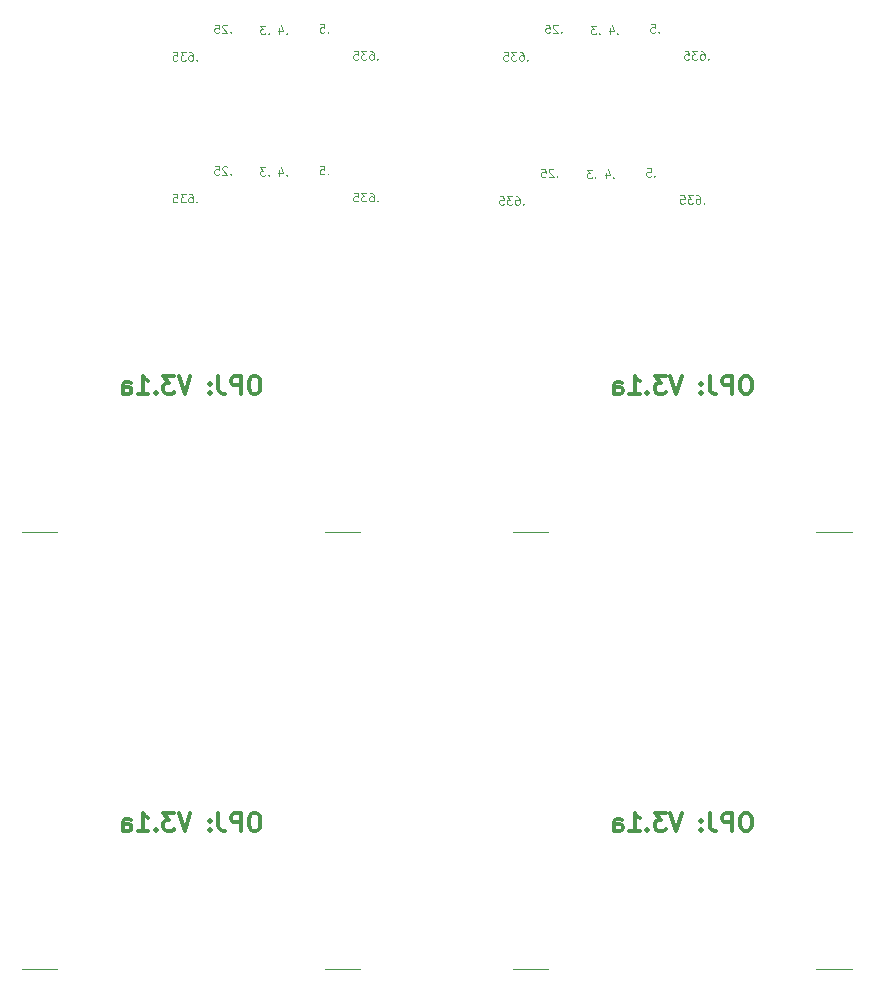
<source format=gbo>
%MOIN*%
%OFA0B0*%
%FSLAX46Y46*%
%IPPOS*%
%LPD*%
%ADD10C,0.0047244094488188976*%
%ADD21C,0.0047244094488188976*%
%ADD22C,0.011811023622047244*%
%ADD23C,0.0047244094488188976*%
%ADD24C,0.011811023622047244*%
%ADD25C,0.0047244094488188976*%
%ADD26C,0.011811023622047244*%
%ADD27C,0.0047244094488188976*%
%ADD28C,0.011811023622047244*%
%ADD29C,0.0047244094488188976*%
%ADD30C,0.0047244094488188976*%
%ADD31C,0.0047244094488188976*%
G01*
D10*
X0000914797Y0003141476D02*
X0000913485Y0003140164D01*
X0000914797Y0003138851D01*
X0000916110Y0003140164D01*
X0000914797Y0003141476D01*
X0000914797Y0003138851D01*
X0000902986Y0003163786D02*
X0000901674Y0003165098D01*
X0000899049Y0003166410D01*
X0000892488Y0003166410D01*
X0000889863Y0003165098D01*
X0000888551Y0003163786D01*
X0000887238Y0003161161D01*
X0000887238Y0003158536D01*
X0000888551Y0003154599D01*
X0000904299Y0003138851D01*
X0000887238Y0003138851D01*
X0000862304Y0003166410D02*
X0000875427Y0003166410D01*
X0000876740Y0003153287D01*
X0000875427Y0003154599D01*
X0000872803Y0003155912D01*
X0000866241Y0003155912D01*
X0000863616Y0003154599D01*
X0000862304Y0003153287D01*
X0000860992Y0003150662D01*
X0000860992Y0003144101D01*
X0000862304Y0003141476D01*
X0000863616Y0003140164D01*
X0000866241Y0003138851D01*
X0000872803Y0003138851D01*
X0000875427Y0003140164D01*
X0000876740Y0003141476D01*
X0001041674Y0003137976D02*
X0001040362Y0003136664D01*
X0001041674Y0003135351D01*
X0001042986Y0003136664D01*
X0001041674Y0003137976D01*
X0001041674Y0003135351D01*
X0001031175Y0003162910D02*
X0001014115Y0003162910D01*
X0001023301Y0003152412D01*
X0001019364Y0003152412D01*
X0001016740Y0003151099D01*
X0001015427Y0003149787D01*
X0001014115Y0003147162D01*
X0001014115Y0003140601D01*
X0001015427Y0003137976D01*
X0001016740Y0003136664D01*
X0001019364Y0003135351D01*
X0001027238Y0003135351D01*
X0001029863Y0003136664D01*
X0001031175Y0003137976D01*
X0001102174Y0003137976D02*
X0001100862Y0003136664D01*
X0001102174Y0003135351D01*
X0001103486Y0003136664D01*
X0001102174Y0003137976D01*
X0001102174Y0003135351D01*
X0001077240Y0003153724D02*
X0001077240Y0003135351D01*
X0001083801Y0003164223D02*
X0001090363Y0003144538D01*
X0001073303Y0003144538D01*
X0001239674Y0003142476D02*
X0001238362Y0003141164D01*
X0001239674Y0003139851D01*
X0001240986Y0003141164D01*
X0001239674Y0003142476D01*
X0001239674Y0003139851D01*
X0001213427Y0003167410D02*
X0001226551Y0003167410D01*
X0001227863Y0003154287D01*
X0001226551Y0003155599D01*
X0001223926Y0003156912D01*
X0001217364Y0003156912D01*
X0001214740Y0003155599D01*
X0001213427Y0003154287D01*
X0001212115Y0003151662D01*
X0001212115Y0003145101D01*
X0001213427Y0003142476D01*
X0001214740Y0003141164D01*
X0001217364Y0003139851D01*
X0001223926Y0003139851D01*
X0001226551Y0003141164D01*
X0001227863Y0003142476D01*
X0001404421Y0003052476D02*
X0001403108Y0003051164D01*
X0001404421Y0003049851D01*
X0001405733Y0003051164D01*
X0001404421Y0003052476D01*
X0001404421Y0003049851D01*
X0001379486Y0003077410D02*
X0001384736Y0003077410D01*
X0001387360Y0003076098D01*
X0001388673Y0003074786D01*
X0001391297Y0003070849D01*
X0001392610Y0003065599D01*
X0001392610Y0003055101D01*
X0001391297Y0003052476D01*
X0001389985Y0003051164D01*
X0001387360Y0003049851D01*
X0001382111Y0003049851D01*
X0001379486Y0003051164D01*
X0001378174Y0003052476D01*
X0001376862Y0003055101D01*
X0001376862Y0003061662D01*
X0001378174Y0003064287D01*
X0001379486Y0003065599D01*
X0001382111Y0003066912D01*
X0001387360Y0003066912D01*
X0001389985Y0003065599D01*
X0001391297Y0003064287D01*
X0001392610Y0003061662D01*
X0001367675Y0003077410D02*
X0001350615Y0003077410D01*
X0001359801Y0003066912D01*
X0001355864Y0003066912D01*
X0001353240Y0003065599D01*
X0001351927Y0003064287D01*
X0001350615Y0003061662D01*
X0001350615Y0003055101D01*
X0001351927Y0003052476D01*
X0001353240Y0003051164D01*
X0001355864Y0003049851D01*
X0001363738Y0003049851D01*
X0001366363Y0003051164D01*
X0001367675Y0003052476D01*
X0001325681Y0003077410D02*
X0001338804Y0003077410D01*
X0001340116Y0003064287D01*
X0001338804Y0003065599D01*
X0001336179Y0003066912D01*
X0001329618Y0003066912D01*
X0001326993Y0003065599D01*
X0001325681Y0003064287D01*
X0001324368Y0003061662D01*
X0001324368Y0003055101D01*
X0001325681Y0003052476D01*
X0001326993Y0003051164D01*
X0001329618Y0003049851D01*
X0001336179Y0003049851D01*
X0001338804Y0003051164D01*
X0001340116Y0003052476D01*
X0000801921Y0003048976D02*
X0000800608Y0003047664D01*
X0000801921Y0003046351D01*
X0000803233Y0003047664D01*
X0000801921Y0003048976D01*
X0000801921Y0003046351D01*
X0000776986Y0003073910D02*
X0000782236Y0003073910D01*
X0000784860Y0003072598D01*
X0000786173Y0003071286D01*
X0000788797Y0003067349D01*
X0000790110Y0003062099D01*
X0000790110Y0003051601D01*
X0000788797Y0003048976D01*
X0000787485Y0003047664D01*
X0000784860Y0003046351D01*
X0000779611Y0003046351D01*
X0000776986Y0003047664D01*
X0000775674Y0003048976D01*
X0000774362Y0003051601D01*
X0000774362Y0003058162D01*
X0000775674Y0003060787D01*
X0000776986Y0003062099D01*
X0000779611Y0003063412D01*
X0000784860Y0003063412D01*
X0000787485Y0003062099D01*
X0000788797Y0003060787D01*
X0000790110Y0003058162D01*
X0000765175Y0003073910D02*
X0000748115Y0003073910D01*
X0000757301Y0003063412D01*
X0000753364Y0003063412D01*
X0000750740Y0003062099D01*
X0000749427Y0003060787D01*
X0000748115Y0003058162D01*
X0000748115Y0003051601D01*
X0000749427Y0003048976D01*
X0000750740Y0003047664D01*
X0000753364Y0003046351D01*
X0000761238Y0003046351D01*
X0000763863Y0003047664D01*
X0000765175Y0003048976D01*
X0000723181Y0003073910D02*
X0000736304Y0003073910D01*
X0000737616Y0003060787D01*
X0000736304Y0003062099D01*
X0000733679Y0003063412D01*
X0000727118Y0003063412D01*
X0000724493Y0003062099D01*
X0000723181Y0003060787D01*
X0000721868Y0003058162D01*
X0000721868Y0003051601D01*
X0000723181Y0003048976D01*
X0000724493Y0003047664D01*
X0000727118Y0003046351D01*
X0000733679Y0003046351D01*
X0000736304Y0003047664D01*
X0000737616Y0003048976D01*
G04 next file*
G04 #@! TF.GenerationSoftware,KiCad,Pcbnew,(5.1.12)-1*
G04 #@! TF.CreationDate,2022-03-26T22:19:29+08:00*
G04 #@! TF.ProjectId,Nozzle,4e6f7a7a-6c65-42e6-9b69-6361645f7063,0.5*
G04 #@! TF.SameCoordinates,Original*
G04 #@! TF.FileFunction,Legend,Bot*
G04 #@! TF.FilePolarity,Positive*
G04 Gerber Fmt 4.6, Leading zero omitted, Abs format (unit mm)*
G04 Created by KiCad (PCBNEW (5.1.12)-1) date 2022-03-26 22:19:29*
G01*
G04 APERTURE LIST*
G04 APERTURE END LIST*
D21*
X0000914797Y0003613917D02*
X0000913485Y0003612605D01*
X0000914797Y0003611292D01*
X0000916110Y0003612605D01*
X0000914797Y0003613917D01*
X0000914797Y0003611292D01*
X0000902986Y0003636227D02*
X0000901674Y0003637539D01*
X0000899049Y0003638851D01*
X0000892488Y0003638851D01*
X0000889863Y0003637539D01*
X0000888551Y0003636227D01*
X0000887238Y0003633602D01*
X0000887238Y0003630977D01*
X0000888551Y0003627040D01*
X0000904299Y0003611292D01*
X0000887238Y0003611292D01*
X0000862304Y0003638851D02*
X0000875427Y0003638851D01*
X0000876740Y0003625728D01*
X0000875427Y0003627040D01*
X0000872803Y0003628353D01*
X0000866241Y0003628353D01*
X0000863616Y0003627040D01*
X0000862304Y0003625728D01*
X0000860992Y0003623103D01*
X0000860992Y0003616541D01*
X0000862304Y0003613917D01*
X0000863616Y0003612605D01*
X0000866241Y0003611292D01*
X0000872803Y0003611292D01*
X0000875427Y0003612605D01*
X0000876740Y0003613917D01*
X0001041674Y0003610417D02*
X0001040362Y0003609105D01*
X0001041674Y0003607792D01*
X0001042986Y0003609105D01*
X0001041674Y0003610417D01*
X0001041674Y0003607792D01*
X0001031175Y0003635351D02*
X0001014115Y0003635351D01*
X0001023301Y0003624853D01*
X0001019364Y0003624853D01*
X0001016740Y0003623540D01*
X0001015427Y0003622228D01*
X0001014115Y0003619603D01*
X0001014115Y0003613042D01*
X0001015427Y0003610417D01*
X0001016740Y0003609105D01*
X0001019364Y0003607792D01*
X0001027238Y0003607792D01*
X0001029863Y0003609105D01*
X0001031175Y0003610417D01*
X0001102174Y0003610417D02*
X0001100862Y0003609105D01*
X0001102174Y0003607792D01*
X0001103486Y0003609105D01*
X0001102174Y0003610417D01*
X0001102174Y0003607792D01*
X0001077240Y0003626165D02*
X0001077240Y0003607792D01*
X0001083801Y0003636664D02*
X0001090363Y0003616979D01*
X0001073303Y0003616979D01*
X0001239674Y0003614917D02*
X0001238362Y0003613605D01*
X0001239674Y0003612292D01*
X0001240986Y0003613605D01*
X0001239674Y0003614917D01*
X0001239674Y0003612292D01*
X0001213427Y0003639851D02*
X0001226551Y0003639851D01*
X0001227863Y0003626728D01*
X0001226551Y0003628040D01*
X0001223926Y0003629352D01*
X0001217364Y0003629352D01*
X0001214740Y0003628040D01*
X0001213427Y0003626728D01*
X0001212115Y0003624103D01*
X0001212115Y0003617542D01*
X0001213427Y0003614917D01*
X0001214740Y0003613605D01*
X0001217364Y0003612292D01*
X0001223926Y0003612292D01*
X0001226551Y0003613605D01*
X0001227863Y0003614917D01*
X0001404421Y0003524917D02*
X0001403108Y0003523605D01*
X0001404421Y0003522292D01*
X0001405733Y0003523605D01*
X0001404421Y0003524917D01*
X0001404421Y0003522292D01*
X0001379486Y0003549851D02*
X0001384736Y0003549851D01*
X0001387360Y0003548539D01*
X0001388673Y0003547227D01*
X0001391297Y0003543290D01*
X0001392610Y0003538040D01*
X0001392610Y0003527542D01*
X0001391297Y0003524917D01*
X0001389985Y0003523605D01*
X0001387360Y0003522292D01*
X0001382111Y0003522292D01*
X0001379486Y0003523605D01*
X0001378174Y0003524917D01*
X0001376862Y0003527542D01*
X0001376862Y0003534103D01*
X0001378174Y0003536728D01*
X0001379486Y0003538040D01*
X0001382111Y0003539352D01*
X0001387360Y0003539352D01*
X0001389985Y0003538040D01*
X0001391297Y0003536728D01*
X0001392610Y0003534103D01*
X0001367675Y0003549851D02*
X0001350615Y0003549851D01*
X0001359801Y0003539352D01*
X0001355864Y0003539352D01*
X0001353240Y0003538040D01*
X0001351927Y0003536728D01*
X0001350615Y0003534103D01*
X0001350615Y0003527542D01*
X0001351927Y0003524917D01*
X0001353240Y0003523605D01*
X0001355864Y0003522292D01*
X0001363738Y0003522292D01*
X0001366363Y0003523605D01*
X0001367675Y0003524917D01*
X0001325681Y0003549851D02*
X0001338804Y0003549851D01*
X0001340116Y0003536728D01*
X0001338804Y0003538040D01*
X0001336179Y0003539352D01*
X0001329618Y0003539352D01*
X0001326993Y0003538040D01*
X0001325681Y0003536728D01*
X0001324368Y0003534103D01*
X0001324368Y0003527542D01*
X0001325681Y0003524917D01*
X0001326993Y0003523605D01*
X0001329618Y0003522292D01*
X0001336179Y0003522292D01*
X0001338804Y0003523605D01*
X0001340116Y0003524917D01*
X0000801921Y0003521417D02*
X0000800608Y0003520104D01*
X0000801921Y0003518792D01*
X0000803233Y0003520104D01*
X0000801921Y0003521417D01*
X0000801921Y0003518792D01*
X0000776986Y0003546351D02*
X0000782236Y0003546351D01*
X0000784860Y0003545039D01*
X0000786173Y0003543727D01*
X0000788797Y0003539790D01*
X0000790110Y0003534540D01*
X0000790110Y0003524042D01*
X0000788797Y0003521417D01*
X0000787485Y0003520104D01*
X0000784860Y0003518792D01*
X0000779611Y0003518792D01*
X0000776986Y0003520104D01*
X0000775674Y0003521417D01*
X0000774362Y0003524042D01*
X0000774362Y0003530603D01*
X0000775674Y0003533228D01*
X0000776986Y0003534540D01*
X0000779611Y0003535853D01*
X0000784860Y0003535853D01*
X0000787485Y0003534540D01*
X0000788797Y0003533228D01*
X0000790110Y0003530603D01*
X0000765175Y0003546351D02*
X0000748115Y0003546351D01*
X0000757301Y0003535853D01*
X0000753364Y0003535853D01*
X0000750740Y0003534540D01*
X0000749427Y0003533228D01*
X0000748115Y0003530603D01*
X0000748115Y0003524042D01*
X0000749427Y0003521417D01*
X0000750740Y0003520104D01*
X0000753364Y0003518792D01*
X0000761238Y0003518792D01*
X0000763863Y0003520104D01*
X0000765175Y0003521417D01*
X0000723181Y0003546351D02*
X0000736304Y0003546351D01*
X0000737616Y0003533228D01*
X0000736304Y0003534540D01*
X0000733679Y0003535853D01*
X0000727118Y0003535853D01*
X0000724493Y0003534540D01*
X0000723181Y0003533228D01*
X0000721868Y0003530603D01*
X0000721868Y0003524042D01*
X0000723181Y0003521417D01*
X0000724493Y0003520104D01*
X0000727118Y0003518792D01*
X0000733679Y0003518792D01*
X0000736304Y0003520104D01*
X0000737616Y0003521417D01*
G04 next file*
G04 #@! TF.GenerationSoftware,KiCad,Pcbnew,(5.1.12)-1*
G04 #@! TF.CreationDate,2022-03-29T12:16:14+08:00*
G04 #@! TF.ProjectId,Nozzle,4e6f7a7a-6c65-42e6-9b69-6361645f7063,Gen3.1a*
G04 #@! TF.SameCoordinates,Original*
G04 #@! TF.FileFunction,Legend,Bot*
G04 #@! TF.FilePolarity,Positive*
G04 Gerber Fmt 4.6, Leading zero omitted, Abs format (unit mm)*
G04 Created by KiCad (PCBNEW (5.1.12)-1) date 2022-03-29 12:16:14*
G01*
G04 APERTURE LIST*
G04 APERTURE END LIST*
D22*
X0001000433Y0001010391D02*
X0000989184Y0001010391D01*
X0000983560Y0001007579D01*
X0000977936Y0001001955D01*
X0000975124Y0000990706D01*
X0000975124Y0000971021D01*
X0000977936Y0000959773D01*
X0000983560Y0000954148D01*
X0000989184Y0000951336D01*
X0001000433Y0000951336D01*
X0001006057Y0000954148D01*
X0001011681Y0000959773D01*
X0001014494Y0000971021D01*
X0001014494Y0000990706D01*
X0001011681Y0001001955D01*
X0001006057Y0001007579D01*
X0001000433Y0001010391D01*
X0000949814Y0000951336D02*
X0000949814Y0001010391D01*
X0000927317Y0001010391D01*
X0000921693Y0001007579D01*
X0000918881Y0001004767D01*
X0000916068Y0000999143D01*
X0000916068Y0000990706D01*
X0000918881Y0000985082D01*
X0000921693Y0000982270D01*
X0000927317Y0000979458D01*
X0000949814Y0000979458D01*
X0000873886Y0001010391D02*
X0000873886Y0000968209D01*
X0000876698Y0000959773D01*
X0000882323Y0000954148D01*
X0000890759Y0000951336D01*
X0000896383Y0000951336D01*
X0000845765Y0000956961D02*
X0000842953Y0000954148D01*
X0000845765Y0000951336D01*
X0000848577Y0000954148D01*
X0000845765Y0000956961D01*
X0000845765Y0000951336D01*
X0000845765Y0000987894D02*
X0000842953Y0000985082D01*
X0000845765Y0000982270D01*
X0000848577Y0000985082D01*
X0000845765Y0000987894D01*
X0000845765Y0000982270D01*
X0000781085Y0001010391D02*
X0000761400Y0000951336D01*
X0000741715Y0001010391D01*
X0000727654Y0001010391D02*
X0000691097Y0001010391D01*
X0000710782Y0000987894D01*
X0000702345Y0000987894D01*
X0000696721Y0000985082D01*
X0000693909Y0000982270D01*
X0000691097Y0000976646D01*
X0000691097Y0000962585D01*
X0000693909Y0000956961D01*
X0000696721Y0000954148D01*
X0000702345Y0000951336D01*
X0000719218Y0000951336D01*
X0000724842Y0000954148D01*
X0000727654Y0000956961D01*
X0000665787Y0000956961D02*
X0000662975Y0000954148D01*
X0000665787Y0000951336D01*
X0000668599Y0000954148D01*
X0000665787Y0000956961D01*
X0000665787Y0000951336D01*
X0000606732Y0000951336D02*
X0000640478Y0000951336D01*
X0000623605Y0000951336D02*
X0000623605Y0001010391D01*
X0000629229Y0001001955D01*
X0000634854Y0000996331D01*
X0000640478Y0000993519D01*
X0000556113Y0000951336D02*
X0000556113Y0000982270D01*
X0000558926Y0000987894D01*
X0000564550Y0000990706D01*
X0000575798Y0000990706D01*
X0000581423Y0000987894D01*
X0000556113Y0000954148D02*
X0000561738Y0000951336D01*
X0000575798Y0000951336D01*
X0000581423Y0000954148D01*
X0000584235Y0000959773D01*
X0000584235Y0000965397D01*
X0000581423Y0000971021D01*
X0000575798Y0000973834D01*
X0000561738Y0000973834D01*
X0000556113Y0000976646D01*
D23*
X0000335897Y0000492052D02*
X0000217897Y0000492052D01*
X0001228897Y0000492052D02*
X0001346897Y0000492052D01*
G04 next file*
G04 #@! TF.GenerationSoftware,KiCad,Pcbnew,(5.1.12)-1*
G04 #@! TF.CreationDate,2022-03-29T12:16:14+08:00*
G04 #@! TF.ProjectId,Nozzle,4e6f7a7a-6c65-42e6-9b69-6361645f7063,Gen3.1a*
G04 #@! TF.SameCoordinates,Original*
G04 #@! TF.FileFunction,Legend,Bot*
G04 #@! TF.FilePolarity,Positive*
G04 Gerber Fmt 4.6, Leading zero omitted, Abs format (unit mm)*
G04 Created by KiCad (PCBNEW (5.1.12)-1) date 2022-03-29 12:16:14*
G01*
G04 APERTURE LIST*
G04 APERTURE END LIST*
D24*
X0002638137Y0001010391D02*
X0002626889Y0001010391D01*
X0002621264Y0001007579D01*
X0002615640Y0001001955D01*
X0002612828Y0000990706D01*
X0002612828Y0000971021D01*
X0002615640Y0000959773D01*
X0002621264Y0000954148D01*
X0002626889Y0000951336D01*
X0002638137Y0000951336D01*
X0002643762Y0000954148D01*
X0002649386Y0000959773D01*
X0002652198Y0000971021D01*
X0002652198Y0000990706D01*
X0002649386Y0001001955D01*
X0002643762Y0001007579D01*
X0002638137Y0001010391D01*
X0002587519Y0000951336D02*
X0002587519Y0001010391D01*
X0002565022Y0001010391D01*
X0002559397Y0001007579D01*
X0002556585Y0001004767D01*
X0002553773Y0000999143D01*
X0002553773Y0000990706D01*
X0002556585Y0000985082D01*
X0002559397Y0000982270D01*
X0002565022Y0000979458D01*
X0002587519Y0000979458D01*
X0002511591Y0001010391D02*
X0002511591Y0000968209D01*
X0002514403Y0000959773D01*
X0002520027Y0000954148D01*
X0002528464Y0000951336D01*
X0002534088Y0000951336D01*
X0002483469Y0000956961D02*
X0002480657Y0000954148D01*
X0002483469Y0000951336D01*
X0002486281Y0000954148D01*
X0002483469Y0000956961D01*
X0002483469Y0000951336D01*
X0002483469Y0000987894D02*
X0002480657Y0000985082D01*
X0002483469Y0000982270D01*
X0002486281Y0000985082D01*
X0002483469Y0000987894D01*
X0002483469Y0000982270D01*
X0002418790Y0001010391D02*
X0002399105Y0000951336D01*
X0002379420Y0001010391D01*
X0002365359Y0001010391D02*
X0002328801Y0001010391D01*
X0002348486Y0000987894D01*
X0002340050Y0000987894D01*
X0002334425Y0000985082D01*
X0002331613Y0000982270D01*
X0002328801Y0000976646D01*
X0002328801Y0000962585D01*
X0002331613Y0000956961D01*
X0002334425Y0000954148D01*
X0002340050Y0000951336D01*
X0002356922Y0000951336D01*
X0002362547Y0000954148D01*
X0002365359Y0000956961D01*
X0002303492Y0000956961D02*
X0002300680Y0000954148D01*
X0002303492Y0000951336D01*
X0002306304Y0000954148D01*
X0002303492Y0000956961D01*
X0002303492Y0000951336D01*
X0002244437Y0000951336D02*
X0002278182Y0000951336D01*
X0002261309Y0000951336D02*
X0002261309Y0001010391D01*
X0002266934Y0001001955D01*
X0002272558Y0000996331D01*
X0002278182Y0000993519D01*
X0002193818Y0000951336D02*
X0002193818Y0000982270D01*
X0002196630Y0000987894D01*
X0002202254Y0000990706D01*
X0002213503Y0000990706D01*
X0002219127Y0000987894D01*
X0002193818Y0000954148D02*
X0002199442Y0000951336D01*
X0002213503Y0000951336D01*
X0002219127Y0000954148D01*
X0002221939Y0000959773D01*
X0002221939Y0000965397D01*
X0002219127Y0000971021D01*
X0002213503Y0000973834D01*
X0002199442Y0000973834D01*
X0002193818Y0000976646D01*
D25*
X0001973602Y0000492052D02*
X0001855602Y0000492052D01*
X0002866602Y0000492052D02*
X0002984602Y0000492052D01*
G04 next file*
G04 #@! TF.GenerationSoftware,KiCad,Pcbnew,(5.1.12)-1*
G04 #@! TF.CreationDate,2022-03-29T12:16:14+08:00*
G04 #@! TF.ProjectId,Nozzle,4e6f7a7a-6c65-42e6-9b69-6361645f7063,Gen3.1a*
G04 #@! TF.SameCoordinates,Original*
G04 #@! TF.FileFunction,Legend,Bot*
G04 #@! TF.FilePolarity,Positive*
G04 Gerber Fmt 4.6, Leading zero omitted, Abs format (unit mm)*
G04 Created by KiCad (PCBNEW (5.1.12)-1) date 2022-03-29 12:16:14*
G01*
G04 APERTURE LIST*
G04 APERTURE END LIST*
D26*
X0001000433Y0002467085D02*
X0000989184Y0002467085D01*
X0000983560Y0002464273D01*
X0000977936Y0002458649D01*
X0000975124Y0002447400D01*
X0000975124Y0002427715D01*
X0000977936Y0002416467D01*
X0000983560Y0002410842D01*
X0000989184Y0002408030D01*
X0001000433Y0002408030D01*
X0001006057Y0002410842D01*
X0001011681Y0002416467D01*
X0001014494Y0002427715D01*
X0001014494Y0002447400D01*
X0001011681Y0002458649D01*
X0001006057Y0002464273D01*
X0001000433Y0002467085D01*
X0000949814Y0002408030D02*
X0000949814Y0002467085D01*
X0000927317Y0002467085D01*
X0000921693Y0002464273D01*
X0000918881Y0002461461D01*
X0000916068Y0002455837D01*
X0000916068Y0002447400D01*
X0000918881Y0002441776D01*
X0000921693Y0002438964D01*
X0000927317Y0002436152D01*
X0000949814Y0002436152D01*
X0000873886Y0002467085D02*
X0000873886Y0002424903D01*
X0000876698Y0002416467D01*
X0000882323Y0002410842D01*
X0000890759Y0002408030D01*
X0000896383Y0002408030D01*
X0000845765Y0002413654D02*
X0000842953Y0002410842D01*
X0000845765Y0002408030D01*
X0000848577Y0002410842D01*
X0000845765Y0002413654D01*
X0000845765Y0002408030D01*
X0000845765Y0002444588D02*
X0000842953Y0002441776D01*
X0000845765Y0002438964D01*
X0000848577Y0002441776D01*
X0000845765Y0002444588D01*
X0000845765Y0002438964D01*
X0000781085Y0002467085D02*
X0000761400Y0002408030D01*
X0000741715Y0002467085D01*
X0000727654Y0002467085D02*
X0000691097Y0002467085D01*
X0000710782Y0002444588D01*
X0000702345Y0002444588D01*
X0000696721Y0002441776D01*
X0000693909Y0002438964D01*
X0000691097Y0002433339D01*
X0000691097Y0002419279D01*
X0000693909Y0002413654D01*
X0000696721Y0002410842D01*
X0000702345Y0002408030D01*
X0000719218Y0002408030D01*
X0000724842Y0002410842D01*
X0000727654Y0002413654D01*
X0000665787Y0002413654D02*
X0000662975Y0002410842D01*
X0000665787Y0002408030D01*
X0000668599Y0002410842D01*
X0000665787Y0002413654D01*
X0000665787Y0002408030D01*
X0000606732Y0002408030D02*
X0000640478Y0002408030D01*
X0000623605Y0002408030D02*
X0000623605Y0002467085D01*
X0000629229Y0002458649D01*
X0000634854Y0002453025D01*
X0000640478Y0002450212D01*
X0000556113Y0002408030D02*
X0000556113Y0002438964D01*
X0000558926Y0002444588D01*
X0000564550Y0002447400D01*
X0000575798Y0002447400D01*
X0000581423Y0002444588D01*
X0000556113Y0002410842D02*
X0000561738Y0002408030D01*
X0000575798Y0002408030D01*
X0000581423Y0002410842D01*
X0000584235Y0002416467D01*
X0000584235Y0002422091D01*
X0000581423Y0002427715D01*
X0000575798Y0002430527D01*
X0000561738Y0002430527D01*
X0000556113Y0002433339D01*
D27*
X0000335897Y0001948746D02*
X0000217897Y0001948746D01*
X0001228897Y0001948746D02*
X0001346897Y0001948746D01*
G04 next file*
G04 #@! TF.GenerationSoftware,KiCad,Pcbnew,(5.1.12)-1*
G04 #@! TF.CreationDate,2022-03-29T12:16:14+08:00*
G04 #@! TF.ProjectId,Nozzle,4e6f7a7a-6c65-42e6-9b69-6361645f7063,Gen3.1a*
G04 #@! TF.SameCoordinates,Original*
G04 #@! TF.FileFunction,Legend,Bot*
G04 #@! TF.FilePolarity,Positive*
G04 Gerber Fmt 4.6, Leading zero omitted, Abs format (unit mm)*
G04 Created by KiCad (PCBNEW (5.1.12)-1) date 2022-03-29 12:16:14*
G01*
G04 APERTURE LIST*
G04 APERTURE END LIST*
D28*
X0002638137Y0002467085D02*
X0002626889Y0002467085D01*
X0002621264Y0002464273D01*
X0002615640Y0002458649D01*
X0002612828Y0002447400D01*
X0002612828Y0002427715D01*
X0002615640Y0002416467D01*
X0002621264Y0002410842D01*
X0002626889Y0002408030D01*
X0002638137Y0002408030D01*
X0002643762Y0002410842D01*
X0002649386Y0002416467D01*
X0002652198Y0002427715D01*
X0002652198Y0002447400D01*
X0002649386Y0002458649D01*
X0002643762Y0002464273D01*
X0002638137Y0002467085D01*
X0002587519Y0002408030D02*
X0002587519Y0002467085D01*
X0002565022Y0002467085D01*
X0002559397Y0002464273D01*
X0002556585Y0002461461D01*
X0002553773Y0002455837D01*
X0002553773Y0002447400D01*
X0002556585Y0002441776D01*
X0002559397Y0002438964D01*
X0002565022Y0002436152D01*
X0002587519Y0002436152D01*
X0002511591Y0002467085D02*
X0002511591Y0002424903D01*
X0002514403Y0002416467D01*
X0002520027Y0002410842D01*
X0002528464Y0002408030D01*
X0002534088Y0002408030D01*
X0002483469Y0002413654D02*
X0002480657Y0002410842D01*
X0002483469Y0002408030D01*
X0002486281Y0002410842D01*
X0002483469Y0002413654D01*
X0002483469Y0002408030D01*
X0002483469Y0002444588D02*
X0002480657Y0002441776D01*
X0002483469Y0002438964D01*
X0002486281Y0002441776D01*
X0002483469Y0002444588D01*
X0002483469Y0002438964D01*
X0002418790Y0002467085D02*
X0002399105Y0002408030D01*
X0002379420Y0002467085D01*
X0002365359Y0002467085D02*
X0002328801Y0002467085D01*
X0002348486Y0002444588D01*
X0002340050Y0002444588D01*
X0002334425Y0002441776D01*
X0002331613Y0002438964D01*
X0002328801Y0002433339D01*
X0002328801Y0002419279D01*
X0002331613Y0002413654D01*
X0002334425Y0002410842D01*
X0002340050Y0002408030D01*
X0002356922Y0002408030D01*
X0002362547Y0002410842D01*
X0002365359Y0002413654D01*
X0002303492Y0002413654D02*
X0002300680Y0002410842D01*
X0002303492Y0002408030D01*
X0002306304Y0002410842D01*
X0002303492Y0002413654D01*
X0002303492Y0002408030D01*
X0002244437Y0002408030D02*
X0002278182Y0002408030D01*
X0002261309Y0002408030D02*
X0002261309Y0002467085D01*
X0002266934Y0002458649D01*
X0002272558Y0002453025D01*
X0002278182Y0002450212D01*
X0002193818Y0002408030D02*
X0002193818Y0002438964D01*
X0002196630Y0002444588D01*
X0002202254Y0002447400D01*
X0002213503Y0002447400D01*
X0002219127Y0002444588D01*
X0002193818Y0002410842D02*
X0002199442Y0002408030D01*
X0002213503Y0002408030D01*
X0002219127Y0002410842D01*
X0002221939Y0002416467D01*
X0002221939Y0002422091D01*
X0002219127Y0002427715D01*
X0002213503Y0002430527D01*
X0002199442Y0002430527D01*
X0002193818Y0002433339D01*
D29*
X0001973602Y0001948746D02*
X0001855602Y0001948746D01*
X0002866602Y0001948746D02*
X0002984602Y0001948746D01*
G04 next file*
G04 #@! TF.GenerationSoftware,KiCad,Pcbnew,(5.1.12)-1*
G04 #@! TF.CreationDate,2022-03-26T22:19:29+08:00*
G04 #@! TF.ProjectId,Nozzle,4e6f7a7a-6c65-42e6-9b69-6361645f7063,0.5*
G04 #@! TF.SameCoordinates,Original*
G04 #@! TF.FileFunction,Legend,Bot*
G04 #@! TF.FilePolarity,Positive*
G04 Gerber Fmt 4.6, Leading zero omitted, Abs format (unit mm)*
G04 Created by KiCad (PCBNEW (5.1.12)-1) date 2022-03-26 22:19:29*
G01*
G04 APERTURE LIST*
G04 APERTURE END LIST*
D30*
X0002002951Y0003133544D02*
X0002001638Y0003132232D01*
X0002002951Y0003130920D01*
X0002004263Y0003132232D01*
X0002002951Y0003133544D01*
X0002002951Y0003130920D01*
X0001991140Y0003155854D02*
X0001989827Y0003157166D01*
X0001987203Y0003158479D01*
X0001980641Y0003158479D01*
X0001978016Y0003157166D01*
X0001976704Y0003155854D01*
X0001975392Y0003153229D01*
X0001975392Y0003150605D01*
X0001976704Y0003146668D01*
X0001992452Y0003130920D01*
X0001975392Y0003130920D01*
X0001950457Y0003158479D02*
X0001963580Y0003158479D01*
X0001964893Y0003145355D01*
X0001963580Y0003146668D01*
X0001960956Y0003147980D01*
X0001954394Y0003147980D01*
X0001951769Y0003146668D01*
X0001950457Y0003145355D01*
X0001949145Y0003142731D01*
X0001949145Y0003136169D01*
X0001950457Y0003133544D01*
X0001951769Y0003132232D01*
X0001954394Y0003130920D01*
X0001960956Y0003130920D01*
X0001963580Y0003132232D01*
X0001964893Y0003133544D01*
X0002129827Y0003130044D02*
X0002128515Y0003128732D01*
X0002129827Y0003127420D01*
X0002131140Y0003128732D01*
X0002129827Y0003130044D01*
X0002129827Y0003127420D01*
X0002119329Y0003154979D02*
X0002102268Y0003154979D01*
X0002111455Y0003144480D01*
X0002107517Y0003144480D01*
X0002104893Y0003143168D01*
X0002103580Y0003141855D01*
X0002102268Y0003139231D01*
X0002102268Y0003132669D01*
X0002103580Y0003130044D01*
X0002104893Y0003128732D01*
X0002107517Y0003127420D01*
X0002115392Y0003127420D01*
X0002118016Y0003128732D01*
X0002119329Y0003130044D01*
X0002190327Y0003130044D02*
X0002189015Y0003128732D01*
X0002190327Y0003127420D01*
X0002191640Y0003128732D01*
X0002190327Y0003130044D01*
X0002190327Y0003127420D01*
X0002165393Y0003145792D02*
X0002165393Y0003127420D01*
X0002171955Y0003156291D02*
X0002178516Y0003136606D01*
X0002161456Y0003136606D01*
X0002327827Y0003134544D02*
X0002326515Y0003133232D01*
X0002327827Y0003131920D01*
X0002329140Y0003133232D01*
X0002327827Y0003134544D01*
X0002327827Y0003131920D01*
X0002301580Y0003159479D02*
X0002314704Y0003159479D01*
X0002316016Y0003146355D01*
X0002314704Y0003147668D01*
X0002312079Y0003148980D01*
X0002305517Y0003148980D01*
X0002302893Y0003147668D01*
X0002301580Y0003146355D01*
X0002300268Y0003143731D01*
X0002300268Y0003137169D01*
X0002301580Y0003134544D01*
X0002302893Y0003133232D01*
X0002305517Y0003131920D01*
X0002312079Y0003131920D01*
X0002314704Y0003133232D01*
X0002316016Y0003134544D01*
X0002492574Y0003044544D02*
X0002491262Y0003043232D01*
X0002492574Y0003041920D01*
X0002493886Y0003043232D01*
X0002492574Y0003044544D01*
X0002492574Y0003041920D01*
X0002467640Y0003069479D02*
X0002472889Y0003069479D01*
X0002475514Y0003068166D01*
X0002476826Y0003066854D01*
X0002479451Y0003062917D01*
X0002480763Y0003057668D01*
X0002480763Y0003047169D01*
X0002479451Y0003044544D01*
X0002478138Y0003043232D01*
X0002475514Y0003041920D01*
X0002470264Y0003041920D01*
X0002467640Y0003043232D01*
X0002466327Y0003044544D01*
X0002465015Y0003047169D01*
X0002465015Y0003053731D01*
X0002466327Y0003056355D01*
X0002467640Y0003057668D01*
X0002470264Y0003058980D01*
X0002475514Y0003058980D01*
X0002478138Y0003057668D01*
X0002479451Y0003056355D01*
X0002480763Y0003053731D01*
X0002455829Y0003069479D02*
X0002438768Y0003069479D01*
X0002447955Y0003058980D01*
X0002444017Y0003058980D01*
X0002441393Y0003057668D01*
X0002440080Y0003056355D01*
X0002438768Y0003053731D01*
X0002438768Y0003047169D01*
X0002440080Y0003044544D01*
X0002441393Y0003043232D01*
X0002444017Y0003041920D01*
X0002451892Y0003041920D01*
X0002454516Y0003043232D01*
X0002455829Y0003044544D01*
X0002413834Y0003069479D02*
X0002426957Y0003069479D01*
X0002428269Y0003056355D01*
X0002426957Y0003057668D01*
X0002424332Y0003058980D01*
X0002417771Y0003058980D01*
X0002415146Y0003057668D01*
X0002413834Y0003056355D01*
X0002412521Y0003053731D01*
X0002412521Y0003047169D01*
X0002413834Y0003044544D01*
X0002415146Y0003043232D01*
X0002417771Y0003041920D01*
X0002424332Y0003041920D01*
X0002426957Y0003043232D01*
X0002428269Y0003044544D01*
X0001890074Y0003041044D02*
X0001888762Y0003039732D01*
X0001890074Y0003038420D01*
X0001891386Y0003039732D01*
X0001890074Y0003041044D01*
X0001890074Y0003038420D01*
X0001865140Y0003065979D02*
X0001870389Y0003065979D01*
X0001873014Y0003064666D01*
X0001874326Y0003063354D01*
X0001876951Y0003059417D01*
X0001878263Y0003054168D01*
X0001878263Y0003043669D01*
X0001876951Y0003041044D01*
X0001875638Y0003039732D01*
X0001873014Y0003038420D01*
X0001867764Y0003038420D01*
X0001865140Y0003039732D01*
X0001863827Y0003041044D01*
X0001862515Y0003043669D01*
X0001862515Y0003050231D01*
X0001863827Y0003052855D01*
X0001865140Y0003054168D01*
X0001867764Y0003055480D01*
X0001873014Y0003055480D01*
X0001875638Y0003054168D01*
X0001876951Y0003052855D01*
X0001878263Y0003050231D01*
X0001853329Y0003065979D02*
X0001836268Y0003065979D01*
X0001845455Y0003055480D01*
X0001841517Y0003055480D01*
X0001838893Y0003054168D01*
X0001837580Y0003052855D01*
X0001836268Y0003050231D01*
X0001836268Y0003043669D01*
X0001837580Y0003041044D01*
X0001838893Y0003039732D01*
X0001841517Y0003038420D01*
X0001849392Y0003038420D01*
X0001852016Y0003039732D01*
X0001853329Y0003041044D01*
X0001811334Y0003065979D02*
X0001824457Y0003065979D01*
X0001825769Y0003052855D01*
X0001824457Y0003054168D01*
X0001821832Y0003055480D01*
X0001815271Y0003055480D01*
X0001812646Y0003054168D01*
X0001811334Y0003052855D01*
X0001810021Y0003050231D01*
X0001810021Y0003043669D01*
X0001811334Y0003041044D01*
X0001812646Y0003039732D01*
X0001815271Y0003038420D01*
X0001821832Y0003038420D01*
X0001824457Y0003039732D01*
X0001825769Y0003041044D01*
G04 next file*
G04 #@! TF.GenerationSoftware,KiCad,Pcbnew,(5.1.12)-1*
G04 #@! TF.CreationDate,2022-03-26T22:19:29+08:00*
G04 #@! TF.ProjectId,Nozzle,4e6f7a7a-6c65-42e6-9b69-6361645f7063,0.5*
G04 #@! TF.SameCoordinates,Original*
G04 #@! TF.FileFunction,Legend,Bot*
G04 #@! TF.FilePolarity,Positive*
G04 Gerber Fmt 4.6, Leading zero omitted, Abs format (unit mm)*
G04 Created by KiCad (PCBNEW (5.1.12)-1) date 2022-03-26 22:19:29*
G01*
G04 APERTURE LIST*
G04 APERTURE END LIST*
D31*
X0002017160Y0003613917D02*
X0002015847Y0003612605D01*
X0002017160Y0003611292D01*
X0002018472Y0003612605D01*
X0002017160Y0003613917D01*
X0002017160Y0003611292D01*
X0002005349Y0003636227D02*
X0002004036Y0003637539D01*
X0002001412Y0003638851D01*
X0001994850Y0003638851D01*
X0001992225Y0003637539D01*
X0001990913Y0003636227D01*
X0001989601Y0003633602D01*
X0001989601Y0003630977D01*
X0001990913Y0003627040D01*
X0002006661Y0003611292D01*
X0001989601Y0003611292D01*
X0001964666Y0003638851D02*
X0001977789Y0003638851D01*
X0001979102Y0003625728D01*
X0001977789Y0003627040D01*
X0001975165Y0003628353D01*
X0001968603Y0003628353D01*
X0001965978Y0003627040D01*
X0001964666Y0003625728D01*
X0001963354Y0003623103D01*
X0001963354Y0003616541D01*
X0001964666Y0003613917D01*
X0001965978Y0003612605D01*
X0001968603Y0003611292D01*
X0001975165Y0003611292D01*
X0001977789Y0003612605D01*
X0001979102Y0003613917D01*
X0002144036Y0003610417D02*
X0002142724Y0003609105D01*
X0002144036Y0003607792D01*
X0002145349Y0003609105D01*
X0002144036Y0003610417D01*
X0002144036Y0003607792D01*
X0002133538Y0003635351D02*
X0002116477Y0003635351D01*
X0002125663Y0003624853D01*
X0002121726Y0003624853D01*
X0002119102Y0003623540D01*
X0002117790Y0003622228D01*
X0002116477Y0003619603D01*
X0002116477Y0003613042D01*
X0002117790Y0003610417D01*
X0002119102Y0003609105D01*
X0002121726Y0003607792D01*
X0002129601Y0003607792D01*
X0002132225Y0003609105D01*
X0002133538Y0003610417D01*
X0002204536Y0003610417D02*
X0002203224Y0003609105D01*
X0002204536Y0003607792D01*
X0002205849Y0003609105D01*
X0002204536Y0003610417D01*
X0002204536Y0003607792D01*
X0002179602Y0003626165D02*
X0002179602Y0003607792D01*
X0002186164Y0003636664D02*
X0002192725Y0003616979D01*
X0002175665Y0003616979D01*
X0002342036Y0003614917D02*
X0002340724Y0003613605D01*
X0002342036Y0003612292D01*
X0002343349Y0003613605D01*
X0002342036Y0003614917D01*
X0002342036Y0003612292D01*
X0002315790Y0003639851D02*
X0002328913Y0003639851D01*
X0002330225Y0003626728D01*
X0002328913Y0003628040D01*
X0002326288Y0003629352D01*
X0002319726Y0003629352D01*
X0002317102Y0003628040D01*
X0002315790Y0003626728D01*
X0002314477Y0003624103D01*
X0002314477Y0003617542D01*
X0002315790Y0003614917D01*
X0002317102Y0003613605D01*
X0002319726Y0003612292D01*
X0002326288Y0003612292D01*
X0002328913Y0003613605D01*
X0002330225Y0003614917D01*
X0002506783Y0003524917D02*
X0002505471Y0003523605D01*
X0002506783Y0003522292D01*
X0002508095Y0003523605D01*
X0002506783Y0003524917D01*
X0002506783Y0003522292D01*
X0002481849Y0003549851D02*
X0002487098Y0003549851D01*
X0002489723Y0003548539D01*
X0002491035Y0003547227D01*
X0002493660Y0003543290D01*
X0002494972Y0003538040D01*
X0002494972Y0003527542D01*
X0002493660Y0003524917D01*
X0002492347Y0003523605D01*
X0002489723Y0003522292D01*
X0002484473Y0003522292D01*
X0002481849Y0003523605D01*
X0002480536Y0003524917D01*
X0002479224Y0003527542D01*
X0002479224Y0003534103D01*
X0002480536Y0003536728D01*
X0002481849Y0003538040D01*
X0002484473Y0003539352D01*
X0002489723Y0003539352D01*
X0002492347Y0003538040D01*
X0002493660Y0003536728D01*
X0002494972Y0003534103D01*
X0002470038Y0003549851D02*
X0002452977Y0003549851D01*
X0002462163Y0003539352D01*
X0002458226Y0003539352D01*
X0002455602Y0003538040D01*
X0002454290Y0003536728D01*
X0002452977Y0003534103D01*
X0002452977Y0003527542D01*
X0002454290Y0003524917D01*
X0002455602Y0003523605D01*
X0002458226Y0003522292D01*
X0002466101Y0003522292D01*
X0002468725Y0003523605D01*
X0002470038Y0003524917D01*
X0002428043Y0003549851D02*
X0002441166Y0003549851D01*
X0002442478Y0003536728D01*
X0002441166Y0003538040D01*
X0002438541Y0003539352D01*
X0002431980Y0003539352D01*
X0002429355Y0003538040D01*
X0002428043Y0003536728D01*
X0002426730Y0003534103D01*
X0002426730Y0003527542D01*
X0002428043Y0003524917D01*
X0002429355Y0003523605D01*
X0002431980Y0003522292D01*
X0002438541Y0003522292D01*
X0002441166Y0003523605D01*
X0002442478Y0003524917D01*
X0001904283Y0003521417D02*
X0001902971Y0003520104D01*
X0001904283Y0003518792D01*
X0001905595Y0003520104D01*
X0001904283Y0003521417D01*
X0001904283Y0003518792D01*
X0001879349Y0003546351D02*
X0001884598Y0003546351D01*
X0001887223Y0003545039D01*
X0001888535Y0003543727D01*
X0001891160Y0003539790D01*
X0001892472Y0003534540D01*
X0001892472Y0003524042D01*
X0001891160Y0003521417D01*
X0001889847Y0003520104D01*
X0001887223Y0003518792D01*
X0001881973Y0003518792D01*
X0001879349Y0003520104D01*
X0001878036Y0003521417D01*
X0001876724Y0003524042D01*
X0001876724Y0003530603D01*
X0001878036Y0003533228D01*
X0001879349Y0003534540D01*
X0001881973Y0003535853D01*
X0001887223Y0003535853D01*
X0001889847Y0003534540D01*
X0001891160Y0003533228D01*
X0001892472Y0003530603D01*
X0001867537Y0003546351D02*
X0001850477Y0003546351D01*
X0001859664Y0003535853D01*
X0001855727Y0003535853D01*
X0001853102Y0003534540D01*
X0001851790Y0003533228D01*
X0001850477Y0003530603D01*
X0001850477Y0003524042D01*
X0001851790Y0003521417D01*
X0001853102Y0003520104D01*
X0001855727Y0003518792D01*
X0001863601Y0003518792D01*
X0001866225Y0003520104D01*
X0001867537Y0003521417D01*
X0001825543Y0003546351D02*
X0001838666Y0003546351D01*
X0001839978Y0003533228D01*
X0001838666Y0003534540D01*
X0001836041Y0003535853D01*
X0001829480Y0003535853D01*
X0001826855Y0003534540D01*
X0001825543Y0003533228D01*
X0001824230Y0003530603D01*
X0001824230Y0003524042D01*
X0001825543Y0003521417D01*
X0001826855Y0003520104D01*
X0001829480Y0003518792D01*
X0001836041Y0003518792D01*
X0001838666Y0003520104D01*
X0001839978Y0003521417D01*
M02*
</source>
